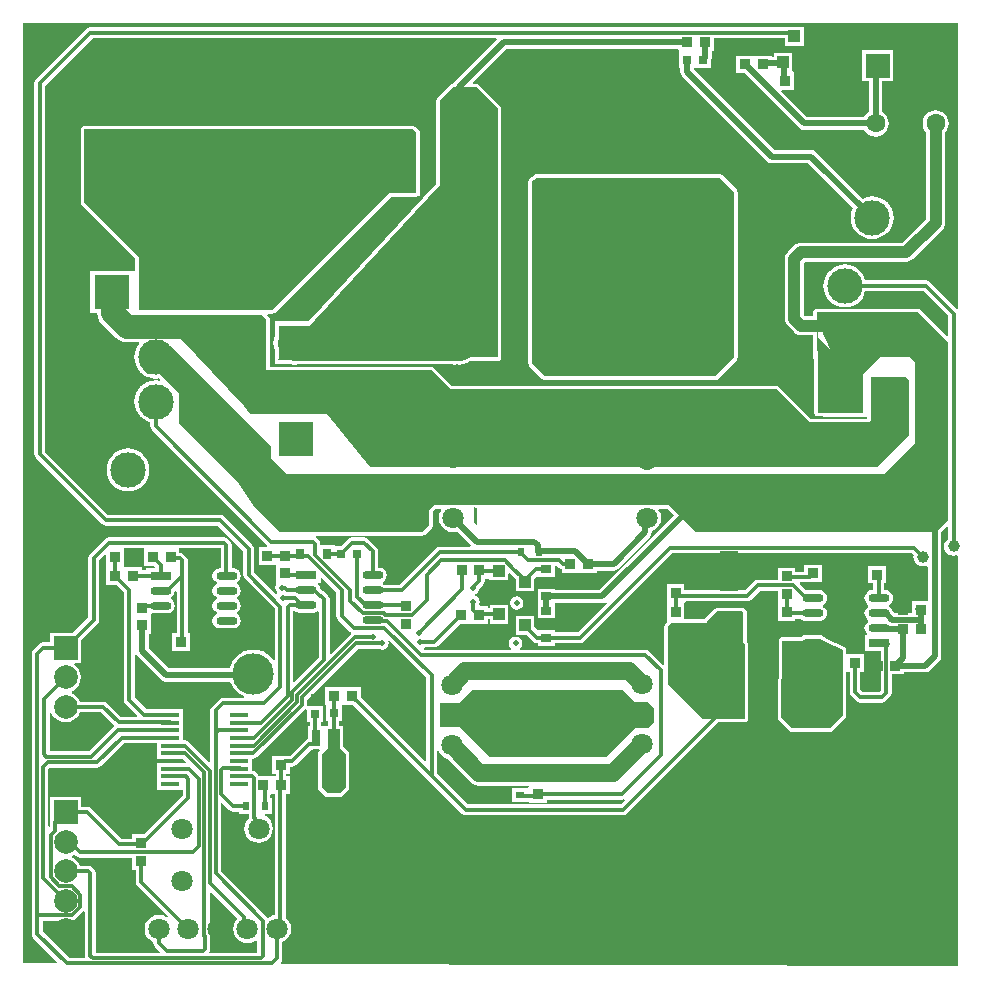
<source format=gtl>
G04*
G04 #@! TF.GenerationSoftware,Altium Limited,Altium Designer,20.1.14 (287)*
G04*
G04 Layer_Physical_Order=1*
G04 Layer_Color=255*
%FSLAX25Y25*%
%MOIN*%
G70*
G04*
G04 #@! TF.SameCoordinates,7663C7E1-D25E-47D6-87D1-FA2199C3474E*
G04*
G04*
G04 #@! TF.FilePolarity,Positive*
G04*
G01*
G75*
%ADD11C,0.01181*%
%ADD22C,0.03937*%
G04:AMPARAMS|DCode=26|XSize=78.74mil|YSize=149.61mil|CornerRadius=0mil|HoleSize=0mil|Usage=FLASHONLY|Rotation=180.000|XOffset=0mil|YOffset=0mil|HoleType=Round|Shape=Octagon|*
%AMOCTAGOND26*
4,1,8,0.01968,-0.07480,-0.01968,-0.07480,-0.03937,-0.05512,-0.03937,0.05512,-0.01968,0.07480,0.01968,0.07480,0.03937,0.05512,0.03937,-0.05512,0.01968,-0.07480,0.0*
%
%ADD26OCTAGOND26*%

%ADD27R,0.06299X0.01575*%
%ADD28R,0.09252X0.15748*%
%ADD29R,0.03543X0.03543*%
%ADD30R,0.02756X0.03347*%
%ADD31R,0.07087X0.02953*%
%ADD32O,0.07087X0.02953*%
%ADD33R,0.09055X0.12795*%
%ADD34R,0.03543X0.03543*%
%ADD35R,0.05906X0.13386*%
%ADD36R,0.03150X0.02362*%
%ADD37R,0.03937X0.03937*%
%ADD38R,0.03347X0.02756*%
%ADD39R,0.03150X0.05512*%
%ADD40R,0.03937X0.07299*%
%ADD41R,0.03000X0.03000*%
%ADD42R,0.03000X0.03000*%
%ADD43R,0.07087X0.02559*%
%ADD44O,0.07087X0.02559*%
%ADD45R,0.02362X0.03150*%
%ADD46R,0.03937X0.03937*%
%ADD84C,0.05906*%
%ADD85C,0.11811*%
%ADD86C,0.01968*%
%ADD87C,0.07874*%
%ADD88C,0.11811*%
%ADD89C,0.07087*%
%ADD90C,0.07874*%
%ADD91R,0.07874X0.07874*%
%ADD92R,0.07087X0.07087*%
%ADD93C,0.06299*%
%ADD94R,0.07874X0.07874*%
%ADD95R,0.11811X0.11811*%
%ADD96C,0.01968*%
%ADD97C,0.03937*%
%ADD98C,0.13780*%
G36*
X313247Y219936D02*
X312747Y219729D01*
X303836Y228640D01*
X303250Y229031D01*
X302559Y229169D01*
X282350D01*
X282071Y230087D01*
X281413Y231318D01*
X280610Y232296D01*
Y232480D01*
X280426D01*
X279448Y233283D01*
X278217Y233941D01*
X276881Y234346D01*
X275492Y234483D01*
X274103Y234346D01*
X272767Y233941D01*
X271536Y233283D01*
X270558Y232480D01*
X270374D01*
Y232296D01*
X269571Y231318D01*
X268913Y230087D01*
X268508Y228751D01*
X268371Y227362D01*
X268508Y225973D01*
X268913Y224637D01*
X269571Y223406D01*
X270374Y222428D01*
Y222244D01*
X270558D01*
X271536Y221441D01*
X272767Y220783D01*
X274103Y220378D01*
X275492Y220241D01*
X276881Y220378D01*
X278217Y220783D01*
X279448Y221441D01*
X280426Y222244D01*
X280610D01*
Y222428D01*
X281413Y223406D01*
X282071Y224637D01*
X282350Y225556D01*
X301811D01*
X310005Y217362D01*
Y210856D01*
X309543Y210664D01*
X300851Y219356D01*
X300461Y219617D01*
X300000Y219708D01*
X300000Y219708D01*
X275605D01*
X275492Y219719D01*
X275379Y219708D01*
X266142D01*
X266113Y219703D01*
X266085Y219707D01*
X265884Y219657D01*
X265681Y219617D01*
X265657Y219600D01*
X265629Y219593D01*
X265462Y219470D01*
X265290Y219356D01*
X265274Y219331D01*
X265251Y219314D01*
X265144Y219137D01*
X265029Y218965D01*
X265023Y218936D01*
X265008Y218911D01*
X264978Y218707D01*
X264937Y218504D01*
X264943Y218475D01*
X264939Y218447D01*
X264977Y217644D01*
X264632Y217282D01*
X262283D01*
X261838Y217727D01*
Y234961D01*
X262283Y235406D01*
X296063D01*
X296885Y235514D01*
X297651Y235831D01*
X298309Y236336D01*
X308073Y246100D01*
X308578Y246758D01*
X308895Y247524D01*
X309003Y248346D01*
Y278522D01*
X309610Y279312D01*
X310046Y280365D01*
X310195Y281496D01*
X310046Y282627D01*
X309610Y283680D01*
X308915Y284585D01*
X308011Y285279D01*
X306957Y285715D01*
X305827Y285864D01*
X304696Y285715D01*
X303643Y285279D01*
X302738Y284585D01*
X302044Y283680D01*
X301607Y282627D01*
X301459Y281496D01*
X301607Y280365D01*
X302044Y279312D01*
X302650Y278522D01*
Y249662D01*
X294747Y241759D01*
X260968D01*
X260145Y241651D01*
X259379Y241334D01*
X258721Y240829D01*
X256415Y238523D01*
X255910Y237865D01*
X255593Y237099D01*
X255485Y236276D01*
Y216411D01*
X255593Y215589D01*
X255910Y214823D01*
X256415Y214165D01*
X258721Y211859D01*
X259379Y211354D01*
X260145Y211036D01*
X260968Y210928D01*
X265036D01*
X265331Y195264D01*
Y185039D01*
X265423Y184579D01*
X265684Y184188D01*
X266075Y183927D01*
X266535Y183835D01*
X268406D01*
Y183760D01*
X282579D01*
Y183760D01*
X283048Y183685D01*
Y183176D01*
X282966Y183094D01*
X264278Y183094D01*
X253607Y193765D01*
X253217Y194026D01*
X252756Y194118D01*
X252756Y194118D01*
X144593Y194118D01*
X138647Y200064D01*
X138256Y200325D01*
X137795Y200417D01*
X137795Y200417D01*
X83881D01*
Y216142D01*
X83881Y216142D01*
X83790Y216603D01*
X83529Y216993D01*
X83529Y216993D01*
X82897Y217625D01*
X83088Y218087D01*
X84646D01*
X84646Y218087D01*
X85106Y218179D01*
X85497Y218440D01*
X85497Y218440D01*
X124121Y257064D01*
X132677Y257064D01*
X133138Y257155D01*
X133529Y257416D01*
X133790Y257807D01*
X133881Y258268D01*
Y278346D01*
X133790Y278807D01*
X133529Y279198D01*
X132348Y280379D01*
X131957Y280640D01*
X131496Y280732D01*
X131496Y280732D01*
X22047D01*
X21586Y280640D01*
X21196Y280379D01*
X20935Y279988D01*
X20843Y279528D01*
Y255118D01*
X20843Y255118D01*
X20935Y254657D01*
X21196Y254267D01*
X21196Y254267D01*
X38953Y236509D01*
Y232769D01*
X38681Y232382D01*
X38189D01*
Y232382D01*
X38181Y232382D01*
X24016D01*
Y218209D01*
X26358D01*
X26510Y217056D01*
X27025Y215811D01*
X27846Y214742D01*
X32458Y210129D01*
X33527Y209309D01*
X34773Y208793D01*
X36109Y208617D01*
X36109Y208617D01*
X40117D01*
X40354Y208117D01*
X39847Y207500D01*
X39189Y206268D01*
X38784Y204932D01*
X38647Y203543D01*
X38784Y202154D01*
X39189Y200818D01*
X39847Y199587D01*
X40650Y198609D01*
Y198425D01*
X40834D01*
X41812Y197623D01*
X42244Y197391D01*
X42456Y197180D01*
X42846Y196919D01*
X43307Y196827D01*
X43307Y196827D01*
X43495D01*
X44379Y196559D01*
X45768Y196422D01*
X47026Y196546D01*
X47401Y196171D01*
X47286Y195979D01*
X47096Y195770D01*
X45768Y195900D01*
X44379Y195764D01*
X43043Y195358D01*
X41812Y194700D01*
X40834Y193898D01*
X40650D01*
Y193714D01*
X39847Y192736D01*
X39189Y191505D01*
X38784Y190169D01*
X38647Y188779D01*
X38784Y187390D01*
X39189Y186055D01*
X39847Y184823D01*
X40650Y183845D01*
Y183661D01*
X40834D01*
X41812Y182859D01*
X43043Y182201D01*
X43961Y181922D01*
Y180610D01*
X44099Y179919D01*
X44490Y179333D01*
X82969Y140854D01*
X82969Y140830D01*
X82815Y140354D01*
X80118D01*
Y134449D01*
X85524D01*
X86024Y134449D01*
X86024Y133949D01*
Y128543D01*
X86024Y128543D01*
X86024D01*
X86041Y128043D01*
X85756Y127617D01*
X85588Y126772D01*
X85756Y125927D01*
X86234Y125210D01*
X86226Y124786D01*
X85680Y124749D01*
X78578Y131851D01*
Y139764D01*
X78440Y140455D01*
X78049Y141041D01*
X68600Y150490D01*
X68014Y150882D01*
X67323Y151019D01*
X29882D01*
X8893Y172008D01*
Y294134D01*
X24764Y310005D01*
X159379D01*
X159570Y309543D01*
X145289Y295262D01*
X144919Y294708D01*
X144882D01*
X144882Y294708D01*
X144421Y294617D01*
X144030Y294356D01*
X139700Y290025D01*
X139439Y289634D01*
X139347Y289173D01*
X139347Y289173D01*
Y262795D01*
X139347Y261844D01*
X139347Y261365D01*
X96874Y215585D01*
X92520D01*
X92172Y215551D01*
X85433D01*
Y210617D01*
X85142Y209657D01*
X85005Y208268D01*
X85142Y206878D01*
X85433Y205919D01*
Y202866D01*
X85410Y202743D01*
X85413Y202727D01*
X85411Y202711D01*
X85433Y202617D01*
Y201378D01*
X90426D01*
X90737Y201284D01*
X92126Y201147D01*
X93515Y201284D01*
X93713Y201344D01*
X144082D01*
X144280Y201284D01*
X145669Y201147D01*
X146260Y201205D01*
X146850Y201147D01*
X148240Y201284D01*
X149575Y201689D01*
X150606Y202240D01*
X159855Y202339D01*
X160079Y202386D01*
X160303Y202431D01*
X160309Y202434D01*
X160315Y202436D01*
X160504Y202565D01*
X160694Y202692D01*
X160698Y202697D01*
X160703Y202701D01*
X160828Y202893D01*
X160955Y203082D01*
X160956Y203089D01*
X160960Y203095D01*
X161002Y203319D01*
X161047Y203543D01*
Y286417D01*
X160955Y286878D01*
X160694Y287269D01*
X160694Y287269D01*
X153607Y294356D01*
X153217Y294617D01*
X152756Y294708D01*
X152756Y294708D01*
X151633D01*
X151442Y295170D01*
X162725Y306454D01*
X219725D01*
X220079Y306100D01*
X220079Y305709D01*
X220209Y305263D01*
Y300075D01*
X220683D01*
Y298763D01*
X220851Y297918D01*
X221329Y297202D01*
X249620Y268911D01*
X250336Y268433D01*
X251181Y268265D01*
X263357D01*
X278322Y253300D01*
X278067Y252823D01*
X277662Y251488D01*
X277525Y250098D01*
X277662Y248709D01*
X278067Y247373D01*
X278725Y246142D01*
X279528Y245164D01*
Y244980D01*
X279711D01*
X280690Y244178D01*
X281921Y243520D01*
X283256Y243114D01*
X284646Y242977D01*
X286035Y243114D01*
X287371Y243520D01*
X288602Y244178D01*
X289580Y244980D01*
X289764D01*
Y245164D01*
X290566Y246142D01*
X291225Y247373D01*
X291630Y248709D01*
X291767Y250098D01*
X291630Y251488D01*
X291225Y252823D01*
X290566Y254055D01*
X289764Y255033D01*
Y255217D01*
X289580D01*
X288602Y256019D01*
X287371Y256677D01*
X286035Y257083D01*
X284646Y257219D01*
X283256Y257083D01*
X281921Y256677D01*
X281444Y256422D01*
X265833Y272034D01*
X265117Y272512D01*
X264272Y272680D01*
X252096D01*
X225201Y299575D01*
X225345Y300073D01*
X225659Y300068D01*
X226069Y300068D01*
X231022D01*
Y302727D01*
X231145Y303346D01*
Y305709D01*
X231890D01*
Y310005D01*
X255512D01*
Y307480D01*
X261811D01*
Y313779D01*
X255512D01*
Y313617D01*
X24016D01*
X23325Y313480D01*
X22738Y313088D01*
X5809Y296159D01*
X5418Y295573D01*
X5280Y294882D01*
Y171260D01*
X5418Y170569D01*
X5809Y169983D01*
X27857Y147935D01*
X28443Y147544D01*
X29134Y147406D01*
X66575D01*
X74965Y139016D01*
Y131102D01*
X75103Y130411D01*
X75494Y129825D01*
X85595Y119724D01*
Y102620D01*
X85110Y102499D01*
X85090Y102537D01*
X84081Y103766D01*
X82852Y104775D01*
X81450Y105524D01*
X79929Y105986D01*
X78347Y106141D01*
X76764Y105986D01*
X75243Y105524D01*
X73841Y104775D01*
X72612Y103766D01*
X71603Y102537D01*
X70854Y101135D01*
X70471Y99874D01*
X50099D01*
X43546Y106426D01*
Y111221D01*
X44291D01*
Y116626D01*
X44291Y117126D01*
X44291D01*
Y117126D01*
X44291D01*
Y118002D01*
X44678Y118319D01*
X45177Y118219D01*
X49705D01*
X50665Y118411D01*
X51479Y118954D01*
X52023Y119768D01*
X52214Y120728D01*
X52023Y121688D01*
X51479Y122502D01*
X50808Y122950D01*
X50788Y123015D01*
Y123442D01*
X50808Y123506D01*
X51479Y123954D01*
X52023Y124768D01*
X52178Y125550D01*
X52418Y125707D01*
X52918Y125442D01*
Y111614D01*
X51378D01*
Y105709D01*
X57284D01*
Y111614D01*
X56531D01*
Y130748D01*
Y135827D01*
X56393Y136518D01*
X56002Y137104D01*
X55310Y137796D01*
X54724Y138188D01*
X54032Y138325D01*
X53740D01*
Y139926D01*
X67485D01*
Y133237D01*
X67224D01*
X66264Y133046D01*
X65450Y132502D01*
X64907Y131688D01*
X64716Y130728D01*
X64907Y129768D01*
X65450Y128954D01*
X66121Y128506D01*
X66141Y128442D01*
Y128015D01*
X66121Y127951D01*
X65450Y127502D01*
X64907Y126688D01*
X64716Y125728D01*
X64907Y124768D01*
X65450Y123954D01*
X66121Y123506D01*
X66141Y123442D01*
Y123015D01*
X66121Y122950D01*
X65450Y122502D01*
X64907Y121688D01*
X64716Y120728D01*
X64907Y119768D01*
X65450Y118954D01*
X66121Y118506D01*
X66141Y118442D01*
Y118015D01*
X66121Y117950D01*
X65450Y117502D01*
X64907Y116688D01*
X64716Y115728D01*
X64907Y114768D01*
X65450Y113954D01*
X66264Y113410D01*
X67224Y113219D01*
X71752D01*
X72712Y113410D01*
X73526Y113954D01*
X74070Y114768D01*
X74261Y115728D01*
X74070Y116688D01*
X73526Y117502D01*
X72855Y117950D01*
X72835Y118015D01*
Y118442D01*
X72855Y118506D01*
X73526Y118954D01*
X74070Y119768D01*
X74261Y120728D01*
X74070Y121688D01*
X73526Y122502D01*
X72855Y122950D01*
X72835Y123015D01*
Y123442D01*
X72855Y123506D01*
X73526Y123954D01*
X74070Y124768D01*
X74261Y125728D01*
X74070Y126688D01*
X73526Y127502D01*
X72855Y127951D01*
X72835Y128015D01*
Y128442D01*
X72855Y128506D01*
X73526Y128954D01*
X74070Y129768D01*
X74261Y130728D01*
X74070Y131688D01*
X73526Y132502D01*
X72712Y133046D01*
X71752Y133237D01*
X71098D01*
Y141040D01*
X70960Y141732D01*
X70569Y142318D01*
X69877Y143010D01*
X69291Y143401D01*
X68599Y143539D01*
X30315D01*
X29624Y143401D01*
X29038Y143010D01*
X23920Y137891D01*
X23528Y137305D01*
X23391Y136614D01*
Y116890D01*
X18312Y111811D01*
X10630D01*
Y108499D01*
X8268D01*
X7576Y108362D01*
X6990Y107970D01*
X5022Y106002D01*
X4630Y105416D01*
X4493Y104724D01*
Y17717D01*
Y11417D01*
X4630Y10726D01*
X5022Y10140D01*
X13036Y2126D01*
X12844Y1664D01*
X1714Y1707D01*
Y314821D01*
X313247D01*
Y219936D01*
D02*
G37*
G36*
X159843Y286417D02*
Y203543D01*
X86614Y202756D01*
X140551Y260892D01*
X140551Y261844D01*
Y260892D01*
Y262795D01*
Y261844D01*
X140551Y262795D01*
Y289173D01*
X144882Y293504D01*
X152756D01*
X159843Y286417D01*
D02*
G37*
G36*
X132677Y278346D02*
Y258268D01*
X123622Y258268D01*
X84646Y219291D01*
X40157Y219291D01*
Y237008D01*
X22047Y255118D01*
Y279528D01*
X131496D01*
X132677Y278346D01*
D02*
G37*
G36*
X309842Y208661D02*
X309842Y161448D01*
X309842D01*
Y149213D01*
X305906Y145276D01*
X225984D01*
X216929Y154331D01*
X138583Y154331D01*
X137008Y152756D01*
Y147638D01*
X134646Y145276D01*
X87402D01*
X78347Y154331D01*
Y154331D01*
D01*
X73691Y161348D01*
X53543Y181496D01*
Y191720D01*
X53520Y191755D01*
X47638Y197638D01*
Y197703D01*
X47244Y198031D01*
X43307D01*
X41732Y199606D01*
Y207480D01*
X50787Y207480D01*
X53543Y204724D01*
X84252Y174016D01*
Y169685D01*
X88976Y164961D01*
X89764Y164567D01*
X288583D01*
X298819Y174803D01*
X298819Y201969D01*
X297244Y203543D01*
X287402D01*
X281496Y197638D01*
Y185039D01*
X266535D01*
Y195276D01*
X266142Y216142D01*
X266268Y215855D01*
X266142Y218504D01*
X300000D01*
X309842Y208661D01*
D02*
G37*
G36*
X82677Y216142D02*
Y199213D01*
X137795D01*
X144095Y192913D01*
X252756Y192913D01*
X263779Y181890D01*
X283465Y181890D01*
X284252Y182677D01*
Y196850D01*
X296063D01*
X296850Y196063D01*
Y177559D01*
X286221Y166929D01*
X139764D01*
X117244Y166929D01*
X103071Y184646D01*
X77165D01*
X75197Y187270D01*
Y187270D01*
X53937Y210105D01*
Y217717D01*
X81102D01*
X82677Y216142D01*
D02*
G37*
G36*
X152756Y153150D02*
X152756Y147638D01*
X155512Y144882D01*
X200394D01*
X155512Y144882D01*
X151969Y148425D01*
Y152362D01*
Y153543D01*
X152756Y153150D01*
D02*
G37*
G36*
X140761Y153127D02*
X140982Y152678D01*
X140755Y152383D01*
X140279Y151233D01*
X140117Y150000D01*
X140279Y148767D01*
X140755Y147617D01*
X141512Y146631D01*
X142499Y145873D01*
X143649Y145397D01*
X144882Y145235D01*
X146115Y145397D01*
X146290Y145470D01*
X150871Y140889D01*
X150663Y140389D01*
X140551D01*
X139860Y140252D01*
X139274Y139860D01*
X127205Y127791D01*
X122011D01*
X121477Y128147D01*
X121457Y128212D01*
Y128639D01*
X121477Y128703D01*
X122148Y129151D01*
X122692Y129965D01*
X122883Y130925D01*
X122692Y131885D01*
X122148Y132699D01*
X121334Y133243D01*
X120374Y133434D01*
X119917D01*
Y138976D01*
X119779Y139668D01*
X119387Y140254D01*
X116632Y143010D01*
X116046Y143401D01*
X115354Y143539D01*
X111220D01*
X110529Y143401D01*
X109943Y143010D01*
X107613Y140680D01*
X105512D01*
Y140847D01*
X100625D01*
Y141434D01*
X100488Y142125D01*
X100096Y142711D01*
X99404Y143403D01*
X99153Y143571D01*
X99304Y144071D01*
X134646D01*
X134646Y144071D01*
X135107Y144163D01*
X135497Y144424D01*
X135497Y144424D01*
X137859Y146786D01*
X138120Y147177D01*
X138212Y147638D01*
X138212Y147638D01*
Y152257D01*
X139082Y153127D01*
X140761D01*
D02*
G37*
G36*
X41929Y134055D02*
X45280D01*
X45646Y133689D01*
X45439Y133189D01*
X42717D01*
Y132535D01*
X41142D01*
Y133661D01*
X35493D01*
X35236Y134055D01*
X35236Y134161D01*
Y139926D01*
X41929D01*
Y134055D01*
D02*
G37*
G36*
X216430Y153127D02*
X218650Y150906D01*
X193771Y126027D01*
X178839D01*
Y126378D01*
X173130D01*
Y121260D01*
Y116535D01*
X178839D01*
Y121611D01*
X194685D01*
X195530Y121779D01*
X195991Y122087D01*
X196310Y121699D01*
X186457Y111846D01*
X178839D01*
Y112599D01*
X173130D01*
X173130Y112599D01*
Y112599D01*
X172755Y112871D01*
X172047Y113578D01*
Y117323D01*
X165748D01*
Y111024D01*
X169493D01*
X171754Y108762D01*
X172340Y108371D01*
X173031Y108233D01*
X173130D01*
Y107480D01*
X178839D01*
Y108233D01*
X187205D01*
X187896Y108371D01*
X188482Y108762D01*
X217874Y138154D01*
X297874D01*
X298470Y137558D01*
X298398Y137008D01*
X298506Y136186D01*
X298824Y135419D01*
X299328Y134762D01*
X299986Y134257D01*
X300753Y133939D01*
X301575Y133831D01*
X302397Y133939D01*
X302804Y134108D01*
X303304Y133774D01*
Y122244D01*
X297835D01*
Y119898D01*
X297792Y119685D01*
X297835Y119472D01*
Y118350D01*
X292165D01*
X291392Y119122D01*
X291199Y119588D01*
X290773Y120143D01*
X290374Y120450D01*
X290335Y120569D01*
Y120927D01*
X290374Y121046D01*
X290773Y121353D01*
X291199Y121908D01*
X291467Y122554D01*
X291558Y123248D01*
X291467Y123942D01*
X291199Y124588D01*
X290773Y125143D01*
X290218Y125569D01*
X289572Y125837D01*
X288878Y125928D01*
X288617D01*
Y128150D01*
X289173D01*
Y134055D01*
X283268D01*
Y128150D01*
X285005D01*
Y125928D01*
X284744D01*
X284050Y125837D01*
X283404Y125569D01*
X282849Y125143D01*
X282423Y124588D01*
X282155Y123942D01*
X282064Y123248D01*
X282155Y122554D01*
X282423Y121908D01*
X282849Y121353D01*
X283248Y121046D01*
X283287Y120927D01*
Y120569D01*
X283248Y120450D01*
X282849Y120143D01*
X282423Y119588D01*
X282155Y118942D01*
X282064Y118248D01*
X282155Y117554D01*
X282423Y116908D01*
X282849Y116353D01*
X283248Y116046D01*
X283287Y115927D01*
Y115569D01*
X283248Y115450D01*
X282849Y115143D01*
X282423Y114588D01*
X282155Y113942D01*
X282064Y113248D01*
X282155Y112554D01*
X282423Y111908D01*
X282808Y111406D01*
X282761Y111188D01*
X282610Y110906D01*
X282087D01*
Y105591D01*
X287564D01*
Y92480D01*
X287047Y91964D01*
X281457D01*
X280743Y92677D01*
Y98622D01*
X281890D01*
Y104527D01*
X276007D01*
Y105905D01*
X275970Y106095D01*
X275946Y106286D01*
X275924Y106324D01*
X275916Y106366D01*
X275809Y106527D01*
X275713Y106694D01*
X275679Y106721D01*
X275655Y106757D01*
X275494Y106864D01*
X275342Y106983D01*
X269042Y110132D01*
X269001Y110144D01*
X268965Y110168D01*
X268776Y110205D01*
X268589Y110256D01*
X268580Y110255D01*
X268171Y110569D01*
X267524Y110837D01*
X266831Y110928D01*
X262697D01*
X262003Y110837D01*
X261357Y110569D01*
X260953Y110259D01*
X254724D01*
X254503Y110215D01*
X254281Y110175D01*
X254273Y110169D01*
X254264Y110168D01*
X254076Y110042D01*
X253886Y109920D01*
X253881Y109912D01*
X253873Y109907D01*
X253747Y109719D01*
X253619Y109533D01*
X253617Y109524D01*
X253612Y109516D01*
X253568Y109295D01*
X253520Y109074D01*
X253127Y83483D01*
X253128Y83474D01*
X253127Y83465D01*
X253171Y83243D01*
X253211Y83021D01*
X253216Y83013D01*
X253218Y83004D01*
X253343Y82816D01*
X253466Y82626D01*
X253474Y82621D01*
X253479Y82613D01*
X257023Y79070D01*
X257413Y78809D01*
X257874Y78717D01*
X257874Y78717D01*
X270472D01*
X270472Y78717D01*
X270933Y78809D01*
X271324Y79070D01*
X275655Y83400D01*
X275916Y83791D01*
X276007Y84252D01*
X276007Y84252D01*
Y98622D01*
X277131D01*
Y91929D01*
X277268Y91238D01*
X277660Y90652D01*
X279431Y88880D01*
X280017Y88489D01*
X280709Y88351D01*
X287795D01*
X288487Y88489D01*
X289073Y88880D01*
X290647Y90455D01*
X291039Y91041D01*
X291176Y91732D01*
Y97835D01*
X295276D01*
Y98580D01*
X302390D01*
X303235Y98748D01*
X303951Y99226D01*
X307073Y102348D01*
X307552Y103064D01*
X307720Y103909D01*
Y145387D01*
X309543Y147210D01*
X310005Y147018D01*
Y143135D01*
X309565Y142798D01*
X309060Y142140D01*
X308742Y141373D01*
X308634Y140551D01*
X308742Y139729D01*
X309060Y138963D01*
X309565Y138305D01*
X310223Y137800D01*
X310989Y137483D01*
X311811Y137374D01*
X312633Y137483D01*
X312831Y137565D01*
X313247Y137287D01*
Y861D01*
X312892Y508D01*
X87654Y1376D01*
X87464Y1838D01*
X87498Y1872D01*
X87889Y2458D01*
X88027Y3150D01*
Y8627D01*
X88603Y8865D01*
X89590Y9623D01*
X90347Y10610D01*
X90823Y11759D01*
X90986Y12992D01*
X90823Y14225D01*
X90347Y15375D01*
X89590Y16362D01*
X89208Y16655D01*
Y58071D01*
X90551D01*
Y63976D01*
X89405D01*
Y64764D01*
X90551D01*
Y67091D01*
X91339D01*
X92030Y67229D01*
X92616Y67620D01*
X97795Y72800D01*
X98228D01*
X98403Y72835D01*
X100331D01*
X100522Y72373D01*
X100000Y71850D01*
Y59646D01*
X102559Y57087D01*
X107677D01*
X110236Y59646D01*
Y71850D01*
X108268Y73819D01*
Y80709D01*
X106924D01*
Y82365D01*
X107805D01*
Y87508D01*
X108268Y87598D01*
Y87598D01*
X111720D01*
X136518Y62800D01*
X147840Y51479D01*
X148426Y51087D01*
X149117Y50950D01*
X201673D01*
X202364Y51087D01*
X202951Y51479D01*
X233338Y81867D01*
X242126D01*
X242587Y81958D01*
X242977Y82219D01*
X243238Y82610D01*
X243330Y83071D01*
Y107874D01*
X243238Y108335D01*
X242977Y108726D01*
X242977Y108726D01*
X242936Y108766D01*
X242936Y118504D01*
X242936Y118504D01*
X242845Y118965D01*
X242584Y119355D01*
X242584Y119355D01*
X242190Y119749D01*
X241799Y120010D01*
X241339Y120102D01*
X241338Y120102D01*
X233071D01*
X233071Y120102D01*
X232610Y120010D01*
X232219Y119749D01*
X232219Y119749D01*
X228676Y116206D01*
X228649Y116165D01*
X222047D01*
Y121653D01*
X222047D01*
Y121709D01*
X222480Y122209D01*
X242913D01*
X243605Y122347D01*
X244191Y122739D01*
X247205Y125753D01*
X253150D01*
Y121653D01*
Y115748D01*
X259055D01*
Y116442D01*
X260733D01*
X260802Y116353D01*
X261357Y115927D01*
X262003Y115659D01*
X262697Y115568D01*
X266831D01*
X267524Y115659D01*
X268171Y115927D01*
X268726Y116353D01*
X269152Y116908D01*
X269420Y117554D01*
X269511Y118248D01*
X269420Y118942D01*
X269152Y119588D01*
X268726Y120143D01*
X268326Y120450D01*
X268288Y120569D01*
Y120927D01*
X268326Y121046D01*
X268726Y121353D01*
X269152Y121908D01*
X269420Y122554D01*
X269511Y123248D01*
X269420Y123942D01*
X269152Y124588D01*
X268726Y125143D01*
X268171Y125569D01*
X267524Y125837D01*
X266831Y125928D01*
X262697D01*
X262586Y125914D01*
X260453Y128047D01*
X260644Y128509D01*
X263779D01*
X263954Y128543D01*
X267913D01*
Y134449D01*
X262008D01*
Y132121D01*
X259055D01*
Y133465D01*
X253150D01*
Y129365D01*
X246457D01*
X245765Y129228D01*
X245179Y128836D01*
X242165Y125822D01*
X222047D01*
Y127953D01*
X216142D01*
Y122047D01*
X216142D01*
Y121653D01*
X216142D01*
Y115748D01*
X216142D01*
X216142Y115748D01*
X216142Y115089D01*
X215684Y114631D01*
X215423Y114240D01*
X215331Y113779D01*
X215331Y113779D01*
Y101262D01*
X214869Y101071D01*
X210332Y105608D01*
X209746Y106000D01*
X209055Y106137D01*
X167357D01*
X167205Y106637D01*
X167309Y106707D01*
X167788Y107423D01*
X167956Y108268D01*
X167788Y109113D01*
X167309Y109829D01*
X166593Y110307D01*
X165748Y110476D01*
X164903Y110307D01*
X164187Y109829D01*
X163708Y109113D01*
X163540Y108268D01*
X163708Y107423D01*
X164187Y106707D01*
X164291Y106637D01*
X164139Y106137D01*
X135435D01*
X135240Y106355D01*
X135464Y106855D01*
X138583D01*
X139274Y106993D01*
X139860Y107384D01*
X147240Y114764D01*
X150591D01*
Y114764D01*
X150591Y114764D01*
X151091Y114764D01*
X156496D01*
Y116304D01*
X157087D01*
Y114764D01*
X163386D01*
Y121063D01*
X157087D01*
Y119917D01*
X156496D01*
Y120669D01*
X153860D01*
X153593Y121169D01*
X153614Y121202D01*
X153783Y122047D01*
X153614Y122892D01*
X153136Y123608D01*
X152420Y124087D01*
X152080Y124154D01*
Y124664D01*
X152420Y124732D01*
X153136Y125210D01*
X153614Y125927D01*
X153697Y126339D01*
X155017Y127660D01*
X155409Y128246D01*
X155546Y128937D01*
Y129725D01*
X156693D01*
X157087Y129468D01*
Y129331D01*
X163386D01*
Y131402D01*
X163505Y131486D01*
X163886Y131591D01*
X165748Y129729D01*
Y125591D01*
X172047D01*
Y129729D01*
X172779Y130460D01*
X173130Y130315D01*
Y130315D01*
X178839D01*
Y134122D01*
X179465D01*
X180219Y133368D01*
X180805Y132977D01*
X181102Y132918D01*
Y131693D01*
X187008D01*
Y131693D01*
X187008Y131693D01*
X187508Y131693D01*
X192913D01*
Y132438D01*
X198425D01*
X199270Y132606D01*
X199986Y133084D01*
X210563Y143661D01*
X211042Y144378D01*
X211210Y145222D01*
Y145534D01*
X211907Y145823D01*
X212894Y146580D01*
X213651Y147567D01*
X214127Y148716D01*
X214290Y149950D01*
X214127Y151183D01*
X213651Y152332D01*
X213386Y152678D01*
X213607Y153127D01*
X216430D01*
D02*
G37*
G36*
X135989Y96917D02*
Y69092D01*
X135527Y68901D01*
X114173Y90254D01*
Y91558D01*
X114208Y91732D01*
X114173Y91907D01*
Y93504D01*
X112576D01*
X112402Y93539D01*
X112227Y93504D01*
X108768D01*
X108268Y93504D01*
Y93504D01*
X108268D01*
Y93504D01*
X102362D01*
Y87598D01*
X102443D01*
Y82365D01*
X103312D01*
Y80709D01*
X102469D01*
X101969Y80709D01*
Y80709D01*
X101969D01*
Y80709D01*
X100819D01*
Y81971D01*
X101494D01*
Y87333D01*
X96593D01*
X96294Y87697D01*
Y89415D01*
X113341Y106461D01*
X120065D01*
X120415Y106228D01*
X121260Y106060D01*
X122105Y106228D01*
X122821Y106706D01*
X123299Y107423D01*
X123467Y108267D01*
X123352Y108847D01*
X123813Y109094D01*
X135989Y96917D01*
D02*
G37*
G36*
X106068Y125236D02*
Y117323D01*
X106205Y116631D01*
X106597Y116045D01*
X110534Y112109D01*
X110791Y111937D01*
X110823Y111886D01*
X110845Y111301D01*
X104237Y104693D01*
X103775Y104884D01*
Y122835D01*
X103637Y123526D01*
X103246Y124112D01*
X102089Y125268D01*
X101552Y125628D01*
X100732Y126448D01*
X100645Y126885D01*
X100101Y127699D01*
X99704Y127965D01*
X99855Y128465D01*
X100787D01*
Y129863D01*
X101249Y130054D01*
X106068Y125236D01*
D02*
G37*
G36*
X92839Y118607D02*
X93799Y118416D01*
X98327D01*
X99287Y118607D01*
X99662Y118858D01*
X100162Y118591D01*
Y103504D01*
X92032Y95374D01*
X91570Y95565D01*
Y119119D01*
X92074D01*
X92839Y118607D01*
D02*
G37*
G36*
X205512Y88583D02*
X209842D01*
X210170Y88256D01*
X210408D01*
X211983Y86681D01*
Y81956D01*
X210015Y79988D01*
X205684D01*
X196168Y70472D01*
X156932Y70472D01*
X147089Y80315D01*
X140945D01*
X140878Y80382D01*
X140723D01*
Y80537D01*
X140551Y80709D01*
Y88189D01*
X141050D01*
X141117Y88256D01*
X146917D01*
X151181Y92520D01*
X201575Y92520D01*
X205512Y88583D01*
D02*
G37*
G36*
X29331Y137540D02*
Y134055D01*
X29331D01*
Y133661D01*
X29331D01*
Y127756D01*
X32682D01*
X35201Y125236D01*
Y89370D01*
X35339Y88679D01*
X35731Y88093D01*
X39665Y84158D01*
X39474Y83696D01*
X34213D01*
X29624Y88285D01*
X29038Y88677D01*
X28346Y88814D01*
X20540D01*
X20219Y89589D01*
X19398Y90658D01*
X18329Y91479D01*
X17845Y91679D01*
Y92179D01*
X18329Y92380D01*
X19398Y93200D01*
X20219Y94269D01*
X20734Y95514D01*
X20910Y96850D01*
X20734Y98186D01*
X20219Y99432D01*
X19398Y100501D01*
X18650Y101075D01*
X18820Y101575D01*
X20866D01*
Y109256D01*
X26474Y114864D01*
X26866Y115451D01*
X27003Y116142D01*
Y135866D01*
X28869Y137732D01*
X29331Y137540D01*
D02*
G37*
G36*
X241732Y118504D02*
X241732Y108268D01*
X242126Y107874D01*
Y83071D01*
X227953D01*
X216535Y94488D01*
Y113779D01*
X217717Y114961D01*
X229528D01*
Y115354D01*
X233071Y118898D01*
X241339D01*
X241732Y118504D01*
D02*
G37*
G36*
X31928Y80872D02*
X31892Y80510D01*
X23661Y72279D01*
X10468D01*
Y85075D01*
X10968Y85174D01*
X11277Y84427D01*
X12098Y83358D01*
X13167Y82537D01*
X14412Y82021D01*
X15748Y81846D01*
X17084Y82021D01*
X18329Y82537D01*
X19398Y83358D01*
X20219Y84427D01*
X20540Y85202D01*
X27598D01*
X31928Y80872D01*
D02*
G37*
G36*
X274803Y105905D02*
Y84252D01*
X270472Y79921D01*
X257874D01*
X254331Y83465D01*
X254724Y109055D01*
X268504D01*
X274803Y105905D01*
D02*
G37*
G36*
X39314Y104644D02*
X39777Y103951D01*
X47624Y96105D01*
X48340Y95626D01*
X49185Y95458D01*
X70693D01*
X70854Y94928D01*
X71603Y93526D01*
X72612Y92297D01*
X73841Y91288D01*
X75243Y90539D01*
X75387Y90495D01*
X75312Y89995D01*
X68110D01*
X67419Y89858D01*
X66833Y89466D01*
X64471Y87104D01*
X64079Y86518D01*
X63942Y85827D01*
Y78347D01*
Y68794D01*
X63480Y68602D01*
X56789Y75293D01*
X56203Y75685D01*
X55512Y75822D01*
X54921D01*
Y79823D01*
Y82382D01*
Y86319D01*
X46260D01*
Y86157D01*
X42776D01*
X38814Y90118D01*
Y104479D01*
X39277Y104651D01*
X39314Y104644D01*
D02*
G37*
G36*
X46260Y72146D02*
Y69587D01*
X54921D01*
X54921Y69587D01*
Y69587D01*
X55296Y69314D01*
X55905Y68705D01*
X55714Y68243D01*
X54921D01*
Y68405D01*
X46260D01*
Y64468D01*
Y61910D01*
Y59350D01*
X54887D01*
Y57441D01*
X41934Y44488D01*
X37992D01*
Y43145D01*
X34213D01*
X24112Y53246D01*
X23526Y53637D01*
X22835Y53775D01*
X20866D01*
Y57087D01*
X10630D01*
Y48796D01*
X10595Y48622D01*
Y46945D01*
X10574Y46931D01*
X10074Y47198D01*
Y66181D01*
X10591Y66698D01*
X26378D01*
X27069Y66835D01*
X27655Y67227D01*
X35296Y74867D01*
X46260D01*
Y72146D01*
D02*
G37*
G36*
X96131Y86096D02*
Y81971D01*
X97206D01*
Y80709D01*
X96457D01*
Y76295D01*
X96356Y76275D01*
X95770Y75884D01*
X90590Y70704D01*
X88779D01*
X88605Y70669D01*
X84646D01*
Y64764D01*
X85792D01*
Y63976D01*
X85146D01*
X84646Y63976D01*
Y63976D01*
X84646D01*
Y63976D01*
X80343D01*
X80017Y64463D01*
X79326Y65155D01*
X78740Y65547D01*
X78048Y65684D01*
X77756D01*
Y69749D01*
X78347D01*
X79038Y69886D01*
X79624Y70278D01*
X95631Y86286D01*
X96131Y86096D01*
D02*
G37*
G36*
X85595Y17675D02*
X84987Y17595D01*
X83838Y17119D01*
X83383Y16770D01*
X82890Y16851D01*
X82773Y17025D01*
X67554Y32244D01*
Y54828D01*
X68016Y55020D01*
X70376Y52660D01*
X70962Y52268D01*
X71653Y52131D01*
X73425D01*
Y51181D01*
X76934D01*
Y50101D01*
X76957Y49986D01*
X76749Y49826D01*
X75991Y48839D01*
X75515Y47690D01*
X75353Y46457D01*
X75515Y45223D01*
X75991Y44074D01*
X76749Y43087D01*
X77736Y42330D01*
X78885Y41854D01*
X80118Y41691D01*
X81351Y41854D01*
X82501Y42330D01*
X83488Y43087D01*
X84245Y44074D01*
X84721Y45223D01*
X84883Y46457D01*
X84721Y47690D01*
X84245Y48839D01*
X83488Y49826D01*
X82501Y50583D01*
X82265Y50681D01*
X82364Y51181D01*
X84449D01*
Y56693D01*
X83893D01*
Y57717D01*
X84246Y58071D01*
X84646Y58071D01*
Y58071D01*
X84646D01*
Y58071D01*
X85595D01*
Y17675D01*
D02*
G37*
G36*
X140361Y71830D02*
X141119Y70843D01*
X142106Y70086D01*
X143152Y69653D01*
X150792Y62012D01*
X150792Y62012D01*
X151655Y61350D01*
X152661Y60933D01*
X153740Y60791D01*
X169956D01*
X170077Y60539D01*
X169785Y60039D01*
X164567D01*
Y55315D01*
X170079D01*
X170276Y55118D01*
Y55118D01*
X176181D01*
Y56068D01*
X201181D01*
X201872Y56205D01*
X202156Y55793D01*
X200925Y54562D01*
X149865D01*
X139602Y64826D01*
Y72358D01*
X140102Y72457D01*
X140361Y71830D01*
D02*
G37*
G36*
X19394Y37305D02*
X19980Y36914D01*
X20672Y36776D01*
X37992D01*
Y32677D01*
X39138D01*
Y28740D01*
X39276Y28049D01*
X39668Y27463D01*
X49871Y17260D01*
X49540Y16883D01*
X49233Y17119D01*
X48084Y17595D01*
X46850Y17757D01*
X45617Y17595D01*
X44468Y17119D01*
X43481Y16362D01*
X42724Y15375D01*
X42248Y14225D01*
X42085Y12992D01*
X42248Y11759D01*
X42724Y10610D01*
X43481Y9623D01*
X44468Y8865D01*
X45044Y8627D01*
Y8268D01*
X45182Y7576D01*
X45573Y6990D01*
X47146Y5418D01*
X46954Y4956D01*
X25822D01*
Y31592D01*
X25685Y32283D01*
X25293Y32869D01*
X24601Y33561D01*
X24015Y33952D01*
X23324Y34090D01*
X20540D01*
X20219Y34865D01*
X19398Y35934D01*
X18329Y36754D01*
X17845Y36955D01*
Y37455D01*
X18329Y37655D01*
X18734Y37966D01*
X19394Y37305D01*
D02*
G37*
G36*
X73021Y16551D02*
X73009Y16362D01*
X72251Y15375D01*
X71775Y14225D01*
X71613Y12992D01*
X71775Y11759D01*
X72251Y10610D01*
X73009Y9623D01*
X73995Y8865D01*
X75145Y8389D01*
X76378Y8227D01*
X77611Y8389D01*
X78760Y8865D01*
X79241Y9234D01*
X79690Y9013D01*
Y4956D01*
X63937D01*
X63701Y5397D01*
X63778Y5512D01*
X63916Y6204D01*
Y10485D01*
X63814Y10994D01*
Y25104D01*
X64276Y25295D01*
X73021Y16551D01*
D02*
G37*
G36*
X22209Y18681D02*
Y3937D01*
X22261Y3677D01*
X21944Y3291D01*
X16981D01*
X8106Y12166D01*
Y15713D01*
X17786D01*
X18478Y15851D01*
X19064Y16242D01*
X21709Y18888D01*
X22209Y18681D01*
D02*
G37*
%LPC*%
G36*
X291535Y305906D02*
X281299D01*
Y295669D01*
X283619D01*
Y285261D01*
X282738Y284585D01*
X282062Y283704D01*
X262922D01*
X254372Y292255D01*
X254563Y292717D01*
X258661D01*
Y298622D01*
X258489D01*
X258071Y298819D01*
Y305118D01*
X251772D01*
Y303783D01*
X251181D01*
Y304134D01*
X245276D01*
Y304134D01*
X245276Y304134D01*
X244776Y304134D01*
X239370D01*
Y298228D01*
X242153D01*
X260447Y279935D01*
X261163Y279456D01*
X262008Y279288D01*
X282062D01*
X282738Y278407D01*
X283643Y277713D01*
X284696Y277277D01*
X285827Y277128D01*
X286957Y277277D01*
X288011Y277713D01*
X288915Y278407D01*
X289610Y279312D01*
X290046Y280365D01*
X290195Y281496D01*
X290046Y282627D01*
X289610Y283680D01*
X288915Y284585D01*
X288035Y285261D01*
Y295669D01*
X291535D01*
Y305906D01*
D02*
G37*
G36*
X233858Y264590D02*
X233858Y264590D01*
X172835D01*
X172687Y264561D01*
X172536Y264552D01*
X172458Y264515D01*
X172374Y264498D01*
X172248Y264415D01*
X172112Y264349D01*
X170537Y263168D01*
X170480Y263104D01*
X170408Y263056D01*
X170324Y262931D01*
X170224Y262818D01*
X170195Y262737D01*
X170147Y262666D01*
X170118Y262517D01*
X170068Y262375D01*
X170072Y262289D01*
X170056Y262205D01*
Y201575D01*
X170147Y201114D01*
X170408Y200723D01*
X170408Y200723D01*
X174739Y196393D01*
X175130Y196132D01*
X175591Y196040D01*
X175591Y196040D01*
X232283D01*
X232744Y196132D01*
X233135Y196393D01*
X233135Y196393D01*
X239434Y202692D01*
X239695Y203082D01*
X239787Y203543D01*
X239787Y203543D01*
Y258661D01*
X239787Y258661D01*
X239695Y259122D01*
X239434Y259513D01*
X234710Y264237D01*
X234319Y264498D01*
X233858Y264590D01*
D02*
G37*
G36*
X36614Y173164D02*
X35225Y173027D01*
X33889Y172622D01*
X32658Y171964D01*
X31680Y171161D01*
X31496D01*
Y170978D01*
X30693Y170000D01*
X30035Y168768D01*
X29630Y167432D01*
X29493Y166043D01*
X29630Y164654D01*
X30035Y163318D01*
X30693Y162087D01*
X31496Y161109D01*
Y160925D01*
X31680D01*
X32658Y160123D01*
X33889Y159465D01*
X35225Y159059D01*
X36614Y158922D01*
X38003Y159059D01*
X39339Y159465D01*
X40570Y160123D01*
X41548Y160925D01*
X41732D01*
Y161109D01*
X42535Y162087D01*
X43193Y163318D01*
X43598Y164654D01*
X43735Y166043D01*
X43598Y167432D01*
X43193Y168768D01*
X42535Y170000D01*
X41732Y170978D01*
Y171161D01*
X41548D01*
X40570Y171964D01*
X39339Y172622D01*
X38003Y173027D01*
X36614Y173164D01*
D02*
G37*
%LPD*%
G36*
X238583Y258661D02*
Y203543D01*
X232283Y197244D01*
X175591D01*
X171260Y201575D01*
Y262205D01*
X172835Y263386D01*
X233858D01*
X238583Y258661D01*
D02*
G37*
%LPC*%
G36*
X266268Y215855D02*
X266535Y210236D01*
X270472Y206299D01*
X266268Y215855D01*
D02*
G37*
G36*
X166142Y123861D02*
X165297Y123693D01*
X164581Y123215D01*
X164102Y122498D01*
X163934Y121653D01*
X164102Y120809D01*
X164581Y120092D01*
X165297Y119614D01*
X166142Y119446D01*
X166987Y119614D01*
X167703Y120092D01*
X168181Y120809D01*
X168350Y121653D01*
X168181Y122498D01*
X167703Y123215D01*
X166987Y123693D01*
X166142Y123861D01*
D02*
G37*
%LPD*%
D11*
X151575Y119291D02*
Y122047D01*
Y119291D02*
X153543Y117323D01*
X159941Y117618D02*
X160236Y117323D01*
X159449Y118110D02*
X159941Y117618D01*
X153543Y118110D02*
X159449D01*
X153740Y132283D02*
X160039D01*
X153740D02*
Y132677D01*
Y128937D02*
Y132283D01*
X151969Y127165D02*
X153740Y128937D01*
X88583Y123228D02*
X92126D01*
X90886Y120925D02*
X94429D01*
X96063D01*
X94172D02*
X94429D01*
X93138Y121959D02*
X94172Y120925D01*
X93138Y121959D02*
Y122217D01*
X92126Y123228D02*
X93138Y122217D01*
X96063Y125984D02*
X98641D01*
X89642Y125925D02*
X96063D01*
X88796Y126772D02*
X89642Y125925D01*
X88583Y126772D02*
X88796D01*
X90456Y120925D02*
X90886D01*
X55610Y71555D02*
X62008Y65158D01*
Y10586D02*
Y65158D01*
X127953Y125984D02*
X140551Y138583D01*
X167520D01*
Y130118D02*
X168898Y128740D01*
X140945Y135827D02*
X162219D01*
X165066Y132966D02*
X167520Y130512D01*
X165066Y132966D02*
Y132980D01*
X136129Y122729D02*
Y131011D01*
X140945Y135827D01*
X168898Y128740D02*
X168898D01*
X184055Y134646D02*
X184252D01*
X162219Y135827D02*
X165066Y132980D01*
X167520Y130118D02*
Y130512D01*
X181496Y134646D02*
X184055D01*
X167520Y138189D02*
Y138583D01*
Y138189D02*
X169781Y135928D01*
X180214D01*
X181496Y134646D01*
X118374Y115662D02*
X122921D01*
X134252Y104331D01*
X209055D01*
X118110Y115925D02*
X118374Y115662D01*
X112335Y110236D02*
X118110D01*
X92913Y90815D02*
X112335Y110236D01*
X112593Y108267D02*
X121260D01*
X94488Y90163D02*
X112593Y108267D01*
X122075Y113386D02*
X137795Y97666D01*
X111811Y113386D02*
X122075D01*
X137795Y64078D02*
Y97666D01*
X92913Y88524D02*
Y90815D01*
X107874Y117323D02*
X111811Y113386D01*
X107874Y117323D02*
Y125984D01*
X81004Y81791D02*
X89764Y90551D01*
X78642Y76673D02*
X91339Y89370D01*
X78347Y71555D02*
X94488Y87697D01*
X91339Y92126D02*
X101969Y102756D01*
X94488Y87697D02*
Y90163D01*
X89764Y90551D02*
Y120233D01*
X90456Y120925D01*
X91339Y89370D02*
Y92126D01*
X78504Y74114D02*
X92913Y88524D01*
X76772Y131102D02*
X87402Y120473D01*
X67323Y149213D02*
X76772Y139764D01*
Y131102D02*
Y139764D01*
X29134Y149213D02*
X67323D01*
X302559Y227362D02*
X311811Y218110D01*
Y140551D02*
Y218110D01*
X217126Y139961D02*
X298622D01*
X301575Y137008D01*
X187205Y110039D02*
X217126Y139961D01*
X275787Y227362D02*
X302559D01*
X45768Y180610D02*
X84252Y142126D01*
X98819Y137660D02*
Y141434D01*
X84252Y142126D02*
X98127D01*
X98819Y141434D01*
X45768Y180610D02*
Y188779D01*
X7087Y171260D02*
Y294882D01*
Y171260D02*
X29134Y149213D01*
X7087Y294882D02*
X24016Y311811D01*
X257480D01*
X174016Y57874D02*
X201181D01*
X167323Y57677D02*
X167520Y57480D01*
X172638D02*
X173228Y58071D01*
X167520Y57480D02*
X172638D01*
X137795Y64078D02*
X149117Y52756D01*
X201673D02*
X233858Y84941D01*
X149117Y52756D02*
X201673D01*
X201181Y57874D02*
X214173Y70866D01*
X209055Y104331D02*
X214173Y99213D01*
X94488Y137402D02*
X96457D01*
X93898Y137992D02*
X94488Y137402D01*
X96457D02*
X107874Y125984D01*
X111221Y90551D02*
X112402Y89370D01*
X112503D02*
X137795Y64078D01*
X112402Y89370D02*
X112503D01*
X65748Y85827D02*
X68110Y88189D01*
X87402Y93701D02*
Y120473D01*
X68110Y88189D02*
X81890D01*
X87402Y93701D01*
X65748Y78347D02*
Y85827D01*
X73425Y81791D02*
X81004D01*
X25197Y116142D02*
Y136614D01*
X30315Y141732D01*
X69291Y130709D02*
Y141040D01*
X68599Y141732D02*
X69291Y141040D01*
X30315Y141732D02*
X68599D01*
X15748Y106693D02*
X25197Y116142D01*
X82677Y137402D02*
X88976D01*
X93307D01*
X257480Y311811D02*
X258662Y310630D01*
X65748Y31496D02*
Y78347D01*
X98819Y137660D02*
X110630Y125849D01*
Y122441D02*
Y125849D01*
Y122441D02*
X114882Y118189D01*
X121779D01*
X122251Y117717D01*
X131116D02*
X136129Y122729D01*
X122251Y117717D02*
X131116D01*
X112992Y123779D02*
X115847Y120925D01*
X129469D01*
X112992Y123779D02*
Y137795D01*
X56693Y56693D02*
Y63088D01*
X42126Y42717D02*
X42717D01*
X40945Y41535D02*
X42126Y42717D01*
X42717D02*
X56693Y56693D01*
X15748Y51968D02*
X22835D01*
X33465Y41339D02*
X41339D01*
X22835Y51968D02*
X33465Y41339D01*
X6299Y11417D02*
Y17717D01*
X13710Y27362D02*
X17786D01*
X20669Y24479D01*
X10827Y44164D02*
X12402Y45739D01*
X20669Y20403D02*
Y24479D01*
X12402Y45739D02*
Y48622D01*
X17786Y17520D02*
X20669Y20403D01*
X6496Y17520D02*
X17786D01*
X12402Y48622D02*
X15748Y51968D01*
X10827Y30245D02*
Y44164D01*
Y30245D02*
X13710Y27362D01*
X6299Y17717D02*
X6496Y17520D01*
X50295Y76673D02*
X50394Y76772D01*
X34547Y76673D02*
X50295D01*
X26378Y68504D02*
X34547Y76673D01*
X9843Y68504D02*
X26378D01*
X8268Y29921D02*
Y66929D01*
X9843Y68504D01*
X8661Y71164D02*
Y89764D01*
X24409Y70472D02*
X33169Y79232D01*
X9353Y70472D02*
X24409D01*
X8661Y71164D02*
X9353Y70472D01*
X33169Y79232D02*
X50295D01*
X8268Y29921D02*
X15748Y22441D01*
X6299Y104724D02*
X8268Y106693D01*
X6299Y11417D02*
X16232Y1484D01*
X6299Y17717D02*
Y104724D01*
X15748Y32283D02*
X23324D01*
X24016Y31592D01*
Y3937D02*
Y31592D01*
X99013Y76972D02*
Y84846D01*
X88189Y67323D02*
Y68307D01*
X58268Y38583D02*
X60236Y40551D01*
X17128Y42126D02*
X20672Y38583D01*
X58268D01*
X60236Y40551D02*
Y62992D01*
X52461Y66437D02*
X56791D01*
X60236Y62992D01*
X55903Y63878D02*
X56693Y63088D01*
X50886Y63878D02*
X55903D01*
X15748Y42126D02*
X17128D01*
X16232Y1484D02*
X84555D01*
X56496Y12795D02*
X57677Y11614D01*
X56299Y12598D02*
Y13386D01*
X40945Y28740D02*
Y35630D01*
Y28740D02*
X56299Y13386D01*
X49606Y5512D02*
X61417D01*
X46850Y8268D02*
Y12992D01*
Y8268D02*
X49606Y5512D01*
X61417D02*
X62109Y6204D01*
Y10485D01*
X62008Y10586D02*
X62109Y10485D01*
X63779Y28346D02*
Y31890D01*
X75248Y14122D02*
X76378Y12992D01*
X63779Y28346D02*
X75248Y16878D01*
Y14122D02*
Y16878D01*
X65748Y31496D02*
X81496Y15748D01*
X24803Y3150D02*
X80804D01*
X81496Y3841D02*
Y15748D01*
X80804Y3150D02*
X81496Y3841D01*
X55512Y74016D02*
X63779Y65748D01*
Y31890D02*
Y65748D01*
X24016Y3937D02*
X24803Y3150D01*
X86221Y13386D02*
Y14590D01*
X66634Y79232D02*
X73130D01*
X65748Y78347D02*
X66634Y79232D01*
X86221Y3150D02*
Y12992D01*
X84555Y1484D02*
X86221Y3150D01*
X87598Y61614D02*
Y67323D01*
X88189Y68307D02*
X88779Y68898D01*
X99213Y75591D02*
Y76772D01*
X98228Y74606D02*
X99213Y75591D01*
X97047Y74606D02*
X98228D01*
X91339Y68898D02*
X97047Y74606D01*
X88779Y68898D02*
X91339D01*
X37008Y89370D02*
Y125984D01*
X32283Y130709D02*
X37008Y125984D01*
Y89370D02*
X42028Y84350D01*
X67716Y57874D02*
Y65844D01*
Y57874D02*
X71653Y53937D01*
X67716Y65844D02*
X68408Y66535D01*
X74016D01*
X50000Y74016D02*
X55512D01*
X52067Y71555D02*
X55610D01*
X78988Y47587D02*
X80118Y46457D01*
X78988Y47587D02*
Y49853D01*
X78740Y50101D02*
X78988Y49853D01*
X78740Y50101D02*
Y63186D01*
X71653Y53937D02*
X75787D01*
X73425Y76673D02*
X78642D01*
X101969Y102756D02*
Y122835D01*
X73425Y74114D02*
X78504D01*
X73425Y71555D02*
X78347D01*
X8268Y106693D02*
X15748D01*
X8661Y89764D02*
X15748Y96850D01*
Y87008D02*
X28346D01*
X33465Y81890D01*
X50492D01*
X50591Y81791D01*
X42028Y84350D02*
X50591D01*
X96063Y130925D02*
X97027D01*
X89547D02*
X96063D01*
X88976Y131496D02*
X89547Y130925D01*
X97027D02*
X97244Y130709D01*
X54724Y130748D02*
Y135827D01*
Y109055D02*
Y130748D01*
X54331Y108661D02*
X54724Y109055D01*
X47441Y120728D02*
X47500D01*
X40295D02*
X47441D01*
X40157Y120866D02*
X40295Y120728D01*
X47500D02*
X47638Y120866D01*
X32283Y130709D02*
Y137008D01*
X47638Y130728D02*
X48012D01*
X47441D02*
X47638D01*
X38209D02*
X47441D01*
X47638D02*
Y134252D01*
Y130315D02*
Y130728D01*
X38189Y130709D02*
X38209Y130728D01*
X48012D02*
X48031Y130709D01*
X44882Y137008D02*
X47638Y134252D01*
X50394Y137008D02*
X50883Y136519D01*
X54032D01*
X54724Y135827D01*
X47441Y125728D02*
X49705D01*
X54724Y130748D01*
X98641Y125984D02*
X100634Y123991D01*
X100812D01*
X101969Y122835D01*
X73425Y63878D02*
X78048D01*
X78740Y63186D01*
X82087Y53937D02*
Y60630D01*
Y53347D02*
Y53937D01*
X81693Y61024D02*
X82087Y60630D01*
Y53347D02*
X82284Y53150D01*
X138583Y108661D02*
X147638Y117717D01*
X133858Y108661D02*
X138583D01*
X133465Y111811D02*
X147835Y126181D01*
Y132677D01*
X111221Y90551D02*
X112402Y91732D01*
Y91732D01*
X105118Y75878D02*
Y85046D01*
X87402Y60827D02*
X87598Y61024D01*
X87402Y15771D02*
Y60827D01*
X86221Y14590D02*
X87402Y15771D01*
X99013Y76972D02*
X99213Y76772D01*
X105118Y85046D02*
Y91339D01*
X107486Y137998D02*
X111220Y141732D01*
X107287Y137995D02*
X107480Y138189D01*
X102953Y137992D02*
X102956Y137995D01*
X107287D01*
X118110Y130709D02*
Y130925D01*
X115354Y141732D02*
X118110Y138976D01*
Y130925D02*
Y138976D01*
X111220Y141732D02*
X115354D01*
X117717Y125984D02*
X127953D01*
X214173Y70866D02*
Y99213D01*
X233858Y84941D02*
Y87402D01*
X175984Y110039D02*
X187205D01*
X242913Y124016D02*
X246457Y127559D01*
X220079Y124016D02*
X242913D01*
X219094Y125000D02*
X220079Y124016D01*
X173031Y110039D02*
X175984D01*
X170276Y112795D02*
X173031Y110039D01*
X170276Y112795D02*
Y112795D01*
X168898Y114173D02*
X170276Y112795D01*
X168898Y114173D02*
X168898D01*
X160236Y117323D02*
X160236Y117323D01*
Y117913D01*
X160039Y132283D02*
X160236Y132480D01*
X172638Y132874D02*
X175984D01*
X170276Y130512D02*
X172638Y132874D01*
X170276Y130118D02*
Y130512D01*
X168898Y128740D02*
X170276Y130118D01*
X93307Y137402D02*
X93898Y137992D01*
X219094Y118701D02*
Y125000D01*
X246457Y127559D02*
X258386D01*
X262697Y123248D02*
X264764D01*
X258386Y127559D02*
X262697Y123248D01*
X255906Y118504D02*
X256161Y118248D01*
X256102Y124213D02*
X256299Y124409D01*
X256102Y118701D02*
Y124213D01*
X256161Y118248D02*
X264764D01*
X255906Y130315D02*
X263779D01*
X264961Y131496D01*
X286811Y123425D02*
X287008Y123228D01*
X286221Y131102D02*
X286811Y130512D01*
Y123425D02*
Y130512D01*
X273425Y95276D02*
Y101772D01*
X269783Y91339D02*
X273622Y95177D01*
Y95276D01*
X260827Y91339D02*
X269783D01*
X266358Y108248D02*
X273031Y101575D01*
X273228Y101969D02*
X273425Y101772D01*
X273031Y101575D02*
X273228Y101378D01*
X264764Y108248D02*
X266358D01*
X273228Y101181D02*
Y101378D01*
X289370Y107480D02*
X289764Y107874D01*
X289370Y91732D02*
Y107480D01*
X287795Y90158D02*
X289370Y91732D01*
X280709Y90158D02*
X287795D01*
X278937Y91929D02*
Y101575D01*
Y91929D02*
X280709Y90158D01*
D22*
X260968Y238583D02*
X296063D01*
X258661Y216411D02*
X260968Y214105D01*
X273690D01*
X258661Y216411D02*
Y236276D01*
X260968Y238583D01*
X305827Y248346D02*
Y281496D01*
X296063Y238583D02*
X305827Y248346D01*
X273690Y214105D02*
X275197Y212598D01*
D26*
X105118Y65748D02*
D03*
D27*
X73425Y84350D02*
D03*
Y61319D02*
D03*
Y68996D02*
D03*
Y81791D02*
D03*
Y79232D02*
D03*
Y76673D02*
D03*
Y74114D02*
D03*
Y71555D02*
D03*
Y66437D02*
D03*
Y63878D02*
D03*
X50591Y84350D02*
D03*
Y81791D02*
D03*
Y79232D02*
D03*
Y76673D02*
D03*
Y66437D02*
D03*
Y61319D02*
D03*
Y63878D02*
D03*
Y68996D02*
D03*
Y71555D02*
D03*
Y74114D02*
D03*
D28*
X237008Y91339D02*
D03*
X260827D02*
D03*
D29*
X300787Y119291D02*
D03*
X294882D02*
D03*
X300787Y112992D02*
D03*
X294882D02*
D03*
X292323Y100787D02*
D03*
X286417D02*
D03*
X286221Y131102D02*
D03*
X280315D02*
D03*
X273031Y101575D02*
D03*
X278937D02*
D03*
X264961Y131496D02*
D03*
X270866D02*
D03*
X153543Y117717D02*
D03*
X147638D02*
D03*
X153740Y132677D02*
D03*
X147835D02*
D03*
X111221Y90551D02*
D03*
X105315D02*
D03*
X44882Y137008D02*
D03*
X50787D02*
D03*
X38189D02*
D03*
X32283D02*
D03*
Y130709D02*
D03*
X38189D02*
D03*
X54331Y108661D02*
D03*
X48425D02*
D03*
X87598Y61024D02*
D03*
X81693D02*
D03*
X184055Y134646D02*
D03*
X189961D02*
D03*
X248228Y301181D02*
D03*
X242323D02*
D03*
X261614Y295669D02*
D03*
X255709D02*
D03*
X223031Y308661D02*
D03*
X228937D02*
D03*
D30*
X273425Y95276D02*
D03*
X282480D02*
D03*
X102953Y137992D02*
D03*
X93898D02*
D03*
D31*
X286811Y108248D02*
D03*
D32*
Y113248D02*
D03*
Y118248D02*
D03*
Y123248D02*
D03*
X264764Y108248D02*
D03*
Y113248D02*
D03*
Y118248D02*
D03*
Y123248D02*
D03*
D33*
X275787Y115748D02*
D03*
D34*
X256102Y118701D02*
D03*
Y112795D02*
D03*
Y124606D02*
D03*
Y130512D02*
D03*
X219094Y112795D02*
D03*
Y118701D02*
D03*
Y125000D02*
D03*
Y130905D02*
D03*
X173228Y58071D02*
D03*
Y63976D02*
D03*
X88976Y137402D02*
D03*
Y131496D02*
D03*
X83071Y137402D02*
D03*
Y131496D02*
D03*
X41339Y114173D02*
D03*
Y120079D02*
D03*
X87598Y73622D02*
D03*
Y67716D02*
D03*
X40945Y35630D02*
D03*
Y41535D02*
D03*
X129134Y120669D02*
D03*
Y114764D02*
D03*
D35*
X236811Y132283D02*
D03*
Y111811D02*
D03*
D36*
X167323Y63583D02*
D03*
Y57677D02*
D03*
D37*
X160236Y125000D02*
D03*
X168898Y128740D02*
D03*
X160236Y132480D02*
D03*
Y117913D02*
D03*
X168898Y114173D02*
D03*
X160236Y110433D02*
D03*
D38*
X175984Y119095D02*
D03*
Y110039D02*
D03*
Y123819D02*
D03*
Y132874D02*
D03*
D39*
X111024Y76772D02*
D03*
X99213D02*
D03*
D40*
X105118Y75878D02*
D03*
D41*
X105124Y85046D02*
D03*
X110574Y85039D02*
D03*
X112936Y137992D02*
D03*
X107486Y137998D02*
D03*
X222890Y302756D02*
D03*
X228341Y302749D02*
D03*
D42*
X98813Y84652D02*
D03*
X98819Y90102D02*
D03*
D43*
X96063Y130925D02*
D03*
X47441Y130728D02*
D03*
D44*
X96063Y125925D02*
D03*
Y120925D02*
D03*
Y115925D02*
D03*
X118110Y130925D02*
D03*
Y125925D02*
D03*
Y120925D02*
D03*
Y115925D02*
D03*
X69488Y115728D02*
D03*
Y120728D02*
D03*
Y125728D02*
D03*
Y130728D02*
D03*
X47441Y115728D02*
D03*
Y120728D02*
D03*
Y125728D02*
D03*
D45*
X75787Y53937D02*
D03*
X82087D02*
D03*
X173425Y138583D02*
D03*
X167520D02*
D03*
D46*
X262402Y301969D02*
D03*
X258662Y310630D02*
D03*
X254921Y301969D02*
D03*
D84*
X173228Y64961D02*
X198228D01*
X167323D02*
X173228D01*
X208071Y84449D02*
X208268Y84646D01*
X144488Y84252D02*
X144685Y84449D01*
X45768Y203543D02*
X46063D01*
X89754Y159852D01*
X144891D01*
X153740Y64961D02*
X167323D01*
X207554Y84646D02*
X207874D01*
X144488Y84252D02*
X144808D01*
X198228Y64961D02*
X207874Y74606D01*
X144488Y74213D02*
X153740Y64961D01*
X144488Y94291D02*
X149016Y98819D01*
X203740D01*
X207874Y94685D01*
X275492Y190847D02*
Y212598D01*
X231496Y160630D02*
X289370D01*
X210236D02*
X231496D01*
X301969Y173228D02*
Y206299D01*
X295669Y212598D02*
X301969Y206299D01*
X289370Y160630D02*
X301969Y173228D01*
X275492Y212598D02*
X295669D01*
X289835Y190524D02*
X290158Y190847D01*
X144891Y159852D02*
X145054Y160014D01*
X209499D01*
X45768Y225295D02*
Y248524D01*
X67498Y270254D02*
X68110Y270866D01*
X45768Y248524D02*
X67498Y270254D01*
X68110Y270866D02*
X87008D01*
X27128Y270254D02*
X67498D01*
X26516Y269642D02*
X27128Y270254D01*
X103543Y270866D02*
X122441D01*
X87008D02*
X103543D01*
X209499Y160014D02*
X209525Y159989D01*
D85*
X146850Y208268D02*
Y227559D01*
X180315Y208268D02*
X180709Y208661D01*
X198819D01*
X92126Y208268D02*
Y208268D01*
X146850Y227559D02*
Y256693D01*
Y275590D01*
X198425Y256693D02*
X198819Y256299D01*
X180315Y256693D02*
X198425D01*
X92520Y208465D02*
X145473D01*
X145669Y208268D01*
D86*
X173228Y138779D02*
X173425Y138583D01*
X173228Y138779D02*
Y140973D01*
X172075Y142126D02*
X173228Y140973D01*
X152756Y142126D02*
X172075D01*
X185630Y138976D02*
X189567Y135039D01*
X173425Y138779D02*
X173622Y138976D01*
X185630D01*
X198425Y134646D02*
X209002Y145222D01*
X189961Y134646D02*
X198425D01*
X209002Y149427D02*
X209525Y149950D01*
X209002Y145222D02*
Y149427D01*
X189567Y135039D02*
X190157D01*
X144882Y150000D02*
X152756Y142126D01*
X305512Y103909D02*
Y169685D01*
X302390Y100787D02*
X305512Y103909D01*
X301969Y173228D02*
X305512Y169685D01*
X292520Y100787D02*
X302390D01*
X146850Y293701D02*
X161811Y308661D01*
X146850Y275590D02*
Y293701D01*
X161811Y308661D02*
X223031D01*
X41339Y105512D02*
X49185Y97666D01*
X77981D02*
X78347Y98032D01*
X49185Y97666D02*
X77981D01*
X41339Y105512D02*
Y114173D01*
X248622Y301575D02*
X255118D01*
X255315Y296063D02*
X255709Y295669D01*
X255315Y296063D02*
Y301378D01*
X255118Y301575D02*
X255315Y301378D01*
X248228Y301181D02*
X248622Y301575D01*
X285827Y281496D02*
Y300197D01*
Y281102D02*
Y281496D01*
X242323Y301181D02*
X262008Y281496D01*
X285433D01*
X228937Y303346D02*
Y308661D01*
X228347Y302756D02*
X228937Y303346D01*
X228346Y302756D02*
X228347D01*
X251181Y270472D02*
X264272D01*
X222890Y298763D02*
Y302756D01*
Y298763D02*
X251181Y270472D01*
X264272D02*
X284252Y250492D01*
X285827Y300197D02*
X286417Y300787D01*
X175984Y123819D02*
X194685D01*
X231496Y160630D01*
X175984Y119095D02*
Y123425D01*
X176181Y123622D01*
X176378D01*
X292520Y100787D02*
Y100984D01*
Y100787D02*
X292520Y100787D01*
X294882Y103347D02*
Y112992D01*
X286811Y113248D02*
X286939Y113120D01*
X294754D01*
X292520Y100984D02*
X294882Y103347D01*
X289144Y118248D02*
X291251Y116142D01*
X286811Y118248D02*
X289144D01*
X300000Y119685D02*
X300787Y118898D01*
X291251Y116142D02*
X300787D01*
Y118898D01*
Y112992D02*
Y116142D01*
D87*
X79921Y194882D02*
X119685D01*
X36109Y213779D02*
X61024D01*
X79921Y194882D01*
X200419Y179134D02*
X209525Y170028D01*
Y170397D01*
X202756Y177165D02*
X209525Y170397D01*
X31496Y218392D02*
Y224902D01*
Y218392D02*
X36109Y213779D01*
X31102Y225295D02*
X31496Y224902D01*
D88*
X198819Y208661D02*
D03*
X179921D02*
D03*
X146457Y227559D02*
D03*
Y208661D02*
D03*
X279528Y62205D02*
D03*
X275492Y227362D02*
D03*
X284646Y250098D02*
D03*
X275492Y212598D02*
D03*
X45768Y203543D02*
D03*
X36614Y166043D02*
D03*
X45768Y188779D02*
D03*
X199213Y256693D02*
D03*
X180315D02*
D03*
X146850Y275590D02*
D03*
Y256693D02*
D03*
X103543Y270866D02*
D03*
X122441D02*
D03*
Y294488D02*
D03*
X103543D02*
D03*
X68110Y270866D02*
D03*
X87008D02*
D03*
Y294488D02*
D03*
X68110D02*
D03*
D89*
X54527Y29134D02*
D03*
Y46457D02*
D03*
X209525Y149950D02*
D03*
Y159989D02*
D03*
Y170028D02*
D03*
X207874Y74606D02*
D03*
Y84646D02*
D03*
Y94685D02*
D03*
X144488Y74213D02*
D03*
Y84252D02*
D03*
Y94291D02*
D03*
X80118Y46457D02*
D03*
Y29134D02*
D03*
X86221Y12992D02*
D03*
X46850D02*
D03*
X56693D02*
D03*
X66535D02*
D03*
X76378D02*
D03*
X144882Y150000D02*
D03*
Y160039D02*
D03*
Y170079D02*
D03*
D90*
X15748Y77165D02*
D03*
Y87008D02*
D03*
Y96850D02*
D03*
Y12598D02*
D03*
Y42126D02*
D03*
Y32283D02*
D03*
Y22441D02*
D03*
X276575Y300787D02*
D03*
X26516Y289327D02*
D03*
D91*
X15748Y106693D02*
D03*
Y51968D02*
D03*
D92*
X37008Y12992D02*
D03*
D93*
X305827Y281496D02*
D03*
X285827D02*
D03*
D94*
X286417Y300787D02*
D03*
X26516Y269642D02*
D03*
D95*
X290158Y190847D02*
D03*
X275492D02*
D03*
X228740Y207677D02*
D03*
Y239862D02*
D03*
X92520Y176279D02*
D03*
Y208465D02*
D03*
X45768Y225295D02*
D03*
X31102D02*
D03*
D96*
X87795Y126772D02*
D03*
X88189Y123228D02*
D03*
X151575Y126772D02*
D03*
Y122047D02*
D03*
X10236Y150787D02*
D03*
X199606Y274410D02*
D03*
X187795Y275984D02*
D03*
X181496Y275197D02*
D03*
X167717D02*
D03*
X196850Y282283D02*
D03*
X180315Y281890D02*
D03*
X187008Y286221D02*
D03*
X174409Y286614D02*
D03*
X191339Y296457D02*
D03*
X179921Y296850D02*
D03*
X167717D02*
D03*
X152362Y56693D02*
D03*
X131496Y77165D02*
D03*
X106299Y111024D02*
D03*
X96063Y108661D02*
D03*
X231890Y131102D02*
D03*
X162598Y197638D02*
D03*
X127953Y138583D02*
D03*
X198057Y30101D02*
D03*
X183917Y29458D02*
D03*
X167323Y30709D02*
D03*
X155422Y30529D02*
D03*
X142353Y31815D02*
D03*
X128427Y32029D02*
D03*
X114173Y32677D02*
D03*
X192520Y41732D02*
D03*
X182283Y42913D02*
D03*
X162064Y43170D02*
D03*
X145138D02*
D03*
X131427Y43598D02*
D03*
X116535Y44488D02*
D03*
X66535Y108661D02*
D03*
X61417D02*
D03*
X60236Y91339D02*
D03*
X51968Y91732D02*
D03*
X44094D02*
D03*
X29134Y96063D02*
D03*
Y103937D02*
D03*
Y110630D02*
D03*
X38583Y136614D02*
D03*
X270472Y290945D02*
D03*
X165748Y108268D02*
D03*
X166142Y121653D02*
D03*
X277559Y106299D02*
D03*
X275590Y125197D02*
D03*
X286614Y94882D02*
D03*
X283071Y104331D02*
D03*
X297244Y90945D02*
D03*
X249606Y110630D02*
D03*
X295276Y127165D02*
D03*
X74410Y35433D02*
D03*
X65748Y21260D02*
D03*
X71653Y6299D02*
D03*
X31496Y22835D02*
D03*
X38976Y62992D02*
D03*
X121260Y108267D02*
D03*
X118110Y110236D02*
D03*
X133465Y111811D02*
D03*
X133858Y108661D02*
D03*
X129528Y114567D02*
D03*
D97*
X311811Y140551D02*
D03*
X301575Y137008D02*
D03*
D98*
X78347Y98032D02*
D03*
X10236Y137795D02*
D03*
M02*

</source>
